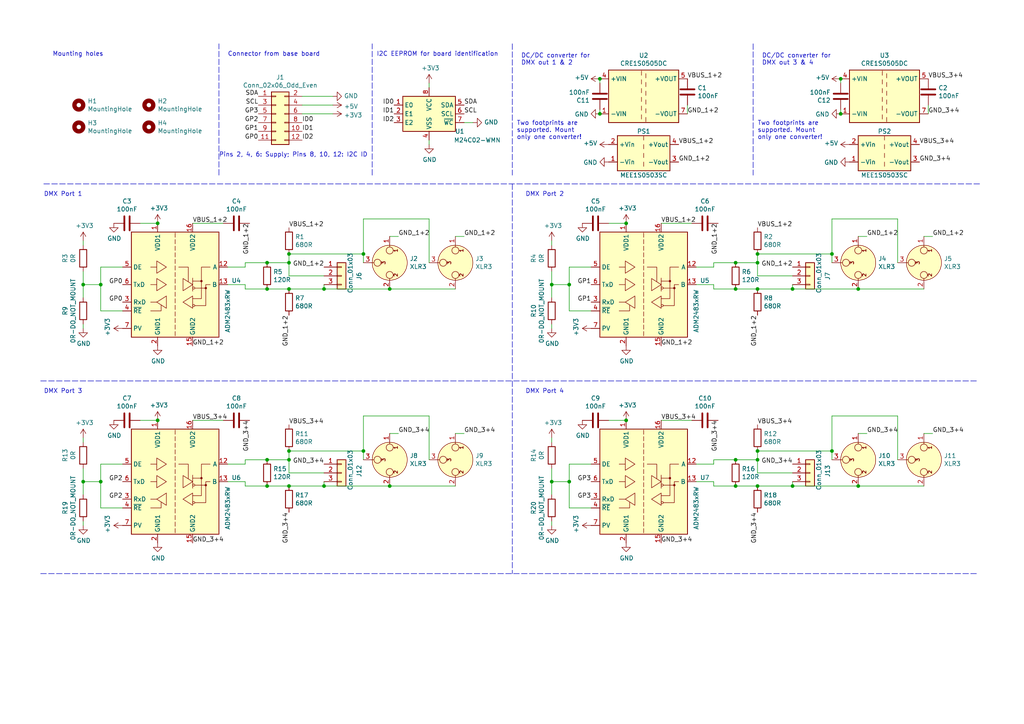
<source format=kicad_sch>
(kicad_sch (version 20211123) (generator eeschema)
  (paper "A4")
  (title_block (title "rp2040_dongle_ioboard_4ports_isolated") (date "2021-03-28") (rev "0.2") (company "https://www.openlighting.org"))
  (lib_symbols
    (symbol "Connector:XLR3" (pin_names hide)
      (property "Reference" "J" (at 0 8.89 0))
      (property "Value" "XLR3" (at 0 6.35 0))
      (symbol "XLR3_0_1"
        (circle (center -3.556 0) (radius 1.016))
        (circle (center 0 -3.556) (radius 1.016))
        (polyline (pts (xy -5.08 0) (xy -4.572 0)))
        (polyline (pts (xy 0 -5.08) (xy 0 -4.572)))
        (polyline (pts (xy 5.08 0) (xy 4.572 0)))
        (circle (center 0 0) (radius 5.08) (fill (type background)))
        (circle (center 3.556 0) (radius 1.016))
        (text "1" (at -3.556 1.778 0) (effects (font (size 1.016 1.016) bold)))
        (text "2" (at 3.556 1.778 0) (effects (font (size 1.016 1.016) bold)))
        (text "3" (at 0 -1.778 0) (effects (font (size 1.016 1.016) bold)))
        (pin passive line (at -7.62 0 0) (length 2.54) (name "~") (number "1"))
        (pin passive line (at 7.62 0 180) (length 2.54) (name "~") (number "2"))
        (pin passive line (at 0 -7.62 90) (length 2.54) (name "~") (number "3"))
      )
    )
    (symbol "Connector_Generic:Conn_01x03" (pin_names (offset 1.016) hide)
      (property "Reference" "J" (at 0 5.08 0))
      (property "Value" "Conn_01x03" (at 0 -5.08 0))
      (symbol "Conn_01x03_1_1"
        (rectangle (start -1.27 -2.413) (end 0 -2.667) (stroke (width 0.1524)))
        (rectangle (start -1.27 0.127) (end 0 -0.127) (stroke (width 0.1524)))
        (rectangle (start -1.27 2.667) (end 0 2.413) (stroke (width 0.1524)))
        (rectangle (start -1.27 3.81) (end 1.27 -3.81) (stroke (width 0.254)) (fill (type background)))
        (pin passive line (at -5.08 2.54 0) (length 3.81) (name "Pin_1") (number "1"))
        (pin passive line (at -5.08 0 0) (length 3.81) (name "Pin_2") (number "2"))
        (pin passive line (at -5.08 -2.54 0) (length 3.81) (name "Pin_3") (number "3"))
      )
    )
    (symbol "Connector_Generic:Conn_02x06_Odd_Even" (pin_names (offset 1.016) hide)
      (property "Reference" "J" (at 1.27 7.62 0))
      (property "Value" "Conn_02x06_Odd_Even" (at 1.27 -10.16 0))
      (symbol "Conn_02x06_Odd_Even_1_1"
        (rectangle (start -1.27 -7.493) (end 0 -7.747) (stroke (width 0.1524)))
        (rectangle (start -1.27 -4.953) (end 0 -5.207) (stroke (width 0.1524)))
        (rectangle (start -1.27 -2.413) (end 0 -2.667) (stroke (width 0.1524)))
        (rectangle (start -1.27 0.127) (end 0 -0.127) (stroke (width 0.1524)))
        (rectangle (start -1.27 2.667) (end 0 2.413) (stroke (width 0.1524)))
        (rectangle (start -1.27 5.207) (end 0 4.953) (stroke (width 0.1524)))
        (rectangle (start -1.27 6.35) (end 3.81 -8.89) (stroke (width 0.254)) (fill (type background)))
        (rectangle (start 3.81 -7.493) (end 2.54 -7.747) (stroke (width 0.1524)))
        (rectangle (start 3.81 -4.953) (end 2.54 -5.207) (stroke (width 0.1524)))
        (rectangle (start 3.81 -2.413) (end 2.54 -2.667) (stroke (width 0.1524)))
        (rectangle (start 3.81 0.127) (end 2.54 -0.127) (stroke (width 0.1524)))
        (rectangle (start 3.81 2.667) (end 2.54 2.413) (stroke (width 0.1524)))
        (rectangle (start 3.81 5.207) (end 2.54 4.953) (stroke (width 0.1524)))
        (pin passive line (at -5.08 5.08 0) (length 3.81) (name "Pin_1") (number "1"))
        (pin passive line (at 7.62 -5.08 180) (length 3.81) (name "Pin_10") (number "10"))
        (pin passive line (at -5.08 -7.62 0) (length 3.81) (name "Pin_11") (number "11"))
        (pin passive line (at 7.62 -7.62 180) (length 3.81) (name "Pin_12") (number "12"))
        (pin passive line (at 7.62 5.08 180) (length 3.81) (name "Pin_2") (number "2"))
        (pin passive line (at -5.08 2.54 0) (length 3.81) (name "Pin_3") (number "3"))
        (pin passive line (at 7.62 2.54 180) (length 3.81) (name "Pin_4") (number "4"))
        (pin passive line (at -5.08 0 0) (length 3.81) (name "Pin_5") (number "5"))
        (pin passive line (at 7.62 0 180) (length 3.81) (name "Pin_6") (number "6"))
        (pin passive line (at -5.08 -2.54 0) (length 3.81) (name "Pin_7") (number "7"))
        (pin passive line (at 7.62 -2.54 180) (length 3.81) (name "Pin_8") (number "8"))
        (pin passive line (at -5.08 -5.08 0) (length 3.81) (name "Pin_9") (number "9"))
      )
    )
    (symbol "Converter_DCDC:MEE1S0503SC"
      (property "Reference" "PS" (at -7.62 6.35 0))
      (property "Value" "MEE1S0503SC" (at 1.27 6.35 0))
      (symbol "MEE1S0503SC_0_0"
        (pin power_in line (at -10.16 -2.54 0) (length 2.54) (name "-Vin") (number "1"))
        (pin power_in line (at -10.16 2.54 0) (length 2.54) (name "+Vin") (number "2"))
        (pin power_out line (at 10.16 -2.54 180) (length 2.54) (name "-Vout") (number "3"))
        (pin power_out line (at 10.16 2.54 180) (length 2.54) (name "+Vout") (number "4"))
      )
      (symbol "MEE1S0503SC_0_1"
        (rectangle (start -7.62 5.08) (end 7.62 -5.08) (stroke (width 0.254)) (fill (type background)))
        (polyline (pts (xy 0 -2.54) (xy 0 -3.81)))
        (polyline (pts (xy 0 0) (xy 0 -1.27)))
        (polyline (pts (xy 0 2.54) (xy 0 1.27)))
        (polyline (pts (xy 0 5.08) (xy 0 3.81)))
      )
    )
    (symbol "Device:C" (pin_numbers hide) (pin_names (offset 0.254))
      (property "Reference" "C" (at 0.635 2.54 0))
      (property "Value" "C" (at 0.635 -2.54 0))
      (symbol "C_0_1"
        (polyline (pts (xy -2.032 -0.762) (xy 2.032 -0.762)) (stroke (width 0.508)))
        (polyline (pts (xy -2.032 0.762) (xy 2.032 0.762)) (stroke (width 0.508)))
      )
      (symbol "C_1_1"
        (pin passive line (at 0 3.81 270) (length 2.794) (name "~") (number "1"))
        (pin passive line (at 0 -3.81 90) (length 2.794) (name "~") (number "2"))
      )
    )
    (symbol "Device:R" (pin_numbers hide) (pin_names (offset 0))
      (property "Reference" "R" (at 2.032 0 90))
      (property "Value" "R" (at 0 0 90))
      (symbol "R_0_1"
        (rectangle (start -1.016 -2.54) (end 1.016 2.54) (stroke (width 0.254)))
      )
      (symbol "R_1_1"
        (pin passive line (at 0 3.81 270) (length 1.27) (name "~") (number "1"))
        (pin passive line (at 0 -3.81 90) (length 1.27) (name "~") (number "2"))
      )
    )
    (symbol "Interface_UART:ADM2483xRW"
      (property "Reference" "U" (at -12.7 16.51 0))
      (property "Value" "ADM2483xRW" (at 6.35 16.51 0))
      (symbol "ADM2483xRW_0_0"
        (polyline (pts (xy 0 -13.589) (xy 0 -14.859)))
        (polyline (pts (xy 0 -11.684) (xy 0 -12.954)))
        (polyline (pts (xy 0 -9.779) (xy 0 -11.049)))
        (polyline (pts (xy 0 -7.874) (xy 0 -9.144)))
        (polyline (pts (xy 0 -5.969) (xy 0 -7.239)))
        (polyline (pts (xy 0 -4.064) (xy 0 -5.334)))
        (polyline (pts (xy 0 -2.159) (xy 0 -3.429)))
        (polyline (pts (xy 0 -0.254) (xy 0 -1.524)))
        (polyline (pts (xy 0 1.651) (xy 0 0.381)))
        (polyline (pts (xy 0 3.556) (xy 0 2.286)))
        (polyline (pts (xy 0 5.461) (xy 0 4.191)))
        (polyline (pts (xy 0 7.366) (xy 0 6.096)))
        (polyline (pts (xy 0 9.271) (xy 0 8.001)))
        (polyline (pts (xy 0 11.176) (xy 0 9.906)))
        (polyline (pts (xy 0 13.081) (xy 0 11.811)))
        (polyline (pts (xy 0 14.986) (xy 0 13.716)))
      )
      (symbol "ADM2483xRW_0_1"
        (rectangle (start -12.7 15.24) (end 12.7 -15.24) (stroke (width 0.254)) (fill (type background)))
        (polyline (pts (xy -5.334 -5.08) (xy -7.112 -5.08)))
        (polyline (pts (xy -5.334 0) (xy -7.112 0)))
        (polyline (pts (xy -5.334 5.08) (xy -7.112 5.08)))
        (polyline (pts (xy 5.08 1.016) (xy 7.62 1.016)))
        (polyline (pts (xy 5.08 1.905) (xy 5.08 -1.905)))
        (polyline (pts (xy 5.715 -1.016) (xy 8.89 -1.016)))
        (polyline (pts (xy -7.112 -7.62) (xy -4.064 -7.62) (xy -4.064 -5.969)))
        (polyline (pts (xy 1.016 5.08) (xy 3.81 5.08) (xy 3.81 0.889)))
        (polyline (pts (xy -5.334 -5.08) (xy -2.54 -3.302) (xy -2.54 -6.858) (xy -5.334 -5.08)))
        (polyline (pts (xy -2.54 0) (xy -5.334 1.778) (xy -5.334 -1.778) (xy -2.54 0)))
        (polyline (pts (xy -2.54 5.08) (xy -5.334 6.858) (xy -5.334 3.302) (xy -2.54 5.08)))
        (polyline (pts (xy 2.286 -5.08) (xy 5.08 -3.302) (xy 5.08 -6.858) (xy 2.286 -5.08)))
        (polyline (pts (xy 5.08 -4.064) (xy 7.62 -4.064) (xy 7.62 5.08) (xy 10.16 5.08)))
        (polyline (pts (xy 5.08 0) (xy 2.286 1.778) (xy 2.286 -1.778) (xy 5.08 0)))
        (polyline (pts (xy 5.715 -6.096) (xy 8.89 -6.096) (xy 8.89 0) (xy 10.16 0)))
        (circle (center 5.3848 -6.0706) (radius 0.3048))
        (circle (center 5.3848 -0.9906) (radius 0.3048))
        (circle (center 7.62 1.016) (radius 0.254) (fill (type outline)))
        (circle (center 8.89 -1.016) (radius 0.254) (fill (type outline)))
      )
      (symbol "ADM2483xRW_1_1"
        (pin power_in line (at -5.08 17.78 270) (length 2.54) (name "VDD1") (number "1"))
        (pin no_connect line (at 7.62 -15.24 90) (length 2.54) hide (name "NC") (number "10"))
        (pin no_connect line (at 12.7 -7.62 180) (length 2.54) hide (name "NC") (number "11"))
        (pin bidirectional line (at 15.24 5.08 180) (length 2.54) (name "A") (number "12"))
        (pin bidirectional line (at 15.24 0 180) (length 2.54) (name "B") (number "13"))
        (pin no_connect line (at 12.7 7.62 180) (length 2.54) hide (name "NC") (number "14"))
        (pin power_in line (at 5.08 -17.78 90) (length 2.54) (name "GND2") (number "15"))
        (pin power_in line (at 5.08 17.78 270) (length 2.54) (name "VDD2") (number "16"))
        (pin power_in line (at -5.08 -17.78 90) (length 2.54) (name "GND1") (number "2"))
        (pin output line (at -15.24 -5.08 0) (length 2.54) (name "RxD") (number "3"))
        (pin input line (at -15.24 -7.62 0) (length 2.54) (name "~{RE}") (number "4"))
        (pin input line (at -15.24 5.08 0) (length 2.54) (name "DE") (number "5"))
        (pin input line (at -15.24 0 0) (length 2.54) (name "TxD") (number "6"))
        (pin input line (at -15.24 -12.7 0) (length 2.54) (name "PV") (number "7"))
        (pin passive line (at -5.08 -17.78 90) (length 2.54) hide (name "GND1") (number "8"))
        (pin passive line (at 5.08 -17.78 90) (length 2.54) hide (name "GND2") (number "9"))
      )
    )
    (symbol "Mechanical:MountingHole" (pin_names (offset 1.016))
      (property "Reference" "H" (at 0 5.08 0))
      (property "Value" "MountingHole" (at 0 3.175 0))
      (symbol "MountingHole_0_1"
        (circle (center 0 0) (radius 1.27) (stroke (width 1.27)))
      )
    )
    (symbol "Memory_EEPROM:M24C02-WMN"
      (property "Reference" "U" (at -6.35 6.35 0))
      (property "Value" "M24C02-WMN" (at 7.62 6.35 0))
      (symbol "M24C02-WMN_0_1"
        (rectangle (start -7.62 5.08) (end 7.62 -5.08) (stroke (width 0.254)) (fill (type background)))
      )
      (symbol "M24C02-WMN_1_1"
        (pin input line (at -10.16 2.54 0) (length 2.54) (name "E0") (number "1"))
        (pin input line (at -10.16 0 0) (length 2.54) (name "E1") (number "2"))
        (pin input line (at -10.16 -2.54 0) (length 2.54) (name "E2") (number "3"))
        (pin power_in line (at 0 -7.62 90) (length 2.54) (name "VSS") (number "4"))
        (pin bidirectional line (at 10.16 2.54 180) (length 2.54) (name "SDA") (number "5"))
        (pin input line (at 10.16 0 180) (length 2.54) (name "SCL") (number "6"))
        (pin input line (at 10.16 -2.54 180) (length 2.54) (name "~{WC}") (number "7"))
        (pin power_in line (at 0 7.62 270) (length 2.54) (name "VCC") (number "8"))
      )
    )
    (symbol "Regulator_Switching:CRE1S0505DC"
      (property "Reference" "U" (at -8.89 8.89 0))
      (property "Value" "CRE1S0505DC" (at 2.54 8.89 0))
      (symbol "CRE1S0505DC_0_1"
        (rectangle (start -10.16 7.62) (end 10.16 -7.62) (stroke (width 0.254)) (fill (type background)))
        (polyline (pts (xy -0.635 -5.334) (xy -0.635 -6.604)))
        (polyline (pts (xy -0.635 -2.794) (xy -0.635 -4.064)))
        (polyline (pts (xy -0.635 -0.254) (xy -0.635 -1.524)))
        (polyline (pts (xy -0.635 2.286) (xy -0.635 1.016)))
        (polyline (pts (xy -0.635 4.826) (xy -0.635 3.556)))
        (polyline (pts (xy -0.635 7.366) (xy -0.635 6.096)))
        (polyline (pts (xy 0.635 -7.366) (xy 0.635 -6.096)))
        (polyline (pts (xy 0.635 -4.826) (xy 0.635 -3.556)))
        (polyline (pts (xy 0.635 -2.286) (xy 0.635 -1.016)))
        (polyline (pts (xy 0.635 0.254) (xy 0.635 1.524)))
        (polyline (pts (xy 0.635 2.794) (xy 0.635 4.064)))
        (polyline (pts (xy 0.635 5.334) (xy 0.635 6.604)))
      )
      (symbol "CRE1S0505DC_1_1"
        (pin power_in line (at -12.7 -5.08 0) (length 2.54) (name "-VIN") (number "1"))
        (pin power_in line (at -12.7 5.08 0) (length 2.54) (name "+VIN") (number "4"))
        (pin power_out line (at 12.7 5.08 180) (length 2.54) (name "+VOUT") (number "5"))
        (pin power_out line (at 12.7 -5.08 180) (length 2.54) (name "-VOUT") (number "7"))
      )
    )
    (symbol "ioboard_4ports_isolated-rescue:+3.3V-power" (power) (pin_names (offset 0))
      (property "Value" "+3.3V-power" (at 0 3.556 0))
      (symbol "+3.3V-power_0_1"
        (polyline (pts (xy -0.762 1.27) (xy 0 2.54)))
        (polyline (pts (xy 0 0) (xy 0 2.54)))
        (polyline (pts (xy 0 2.54) (xy 0.762 1.27)))
      )
      (symbol "+3.3V-power_1_1"
        (pin power_in line (at 0 0 90) (length 0) hide (name "+3V3") (number "1"))
      )
    )
    (symbol "power:+5V" (power) (pin_names (offset 0))
      (property "Value" "+5V" (at 0 3.556 0))
      (symbol "+5V_0_1"
        (polyline (pts (xy -0.762 1.27) (xy 0 2.54)))
        (polyline (pts (xy 0 0) (xy 0 2.54)))
        (polyline (pts (xy 0 2.54) (xy 0.762 1.27)))
      )
      (symbol "+5V_1_1"
        (pin power_in line (at 0 0 90) (length 0) hide (name "+5V") (number "1"))
      )
    )
    (symbol "power:GND" (power) (pin_names (offset 0))
      (property "Value" "GND" (at 0 -3.81 0))
      (symbol "GND_0_1"
        (polyline (pts (xy 0 0) (xy 0 -1.27) (xy 1.27 -1.27) (xy 0 -2.54) (xy -1.27 -1.27) (xy 0 -1.27)))
      )
      (symbol "GND_1_1"
        (pin power_in line (at 0 0 270) (length 0) hide (name "GND") (number "1"))
      )
    )
  )
  (junction (at 248.92 140.97))
  (junction (at 173.99 22.86))
  (junction (at 113.03 83.82))
  (junction (at 213.36 140.97))
  (junction (at 105.41 73.66))
  (junction (at 213.36 76.2))
  (junction (at 219.71 76.2))
  (junction (at 181.61 64.77))
  (junction (at 83.82 133.35))
  (junction (at 105.41 130.81))
  (junction (at 83.82 76.2))
  (junction (at 29.21 82.55))
  (junction (at 219.71 140.97))
  (junction (at 93.98 83.82))
  (junction (at 243.84 33.02))
  (junction (at 243.84 22.86))
  (junction (at 241.3 73.66))
  (junction (at 219.71 73.66))
  (junction (at 165.1 82.55))
  (junction (at 83.82 73.66))
  (junction (at 77.47 140.97))
  (junction (at 24.13 139.7))
  (junction (at 77.47 83.82))
  (junction (at 113.03 140.97))
  (junction (at 93.98 140.97))
  (junction (at 219.71 133.35))
  (junction (at 77.47 133.35))
  (junction (at 248.92 83.82))
  (junction (at 77.47 76.2))
  (junction (at 173.99 33.02))
  (junction (at 229.87 140.97))
  (junction (at 229.87 83.82))
  (junction (at 160.02 139.7))
  (junction (at 83.82 83.82))
  (junction (at 219.71 83.82))
  (junction (at 24.13 82.55))
  (junction (at 213.36 133.35))
  (junction (at 45.72 64.77))
  (junction (at 213.36 83.82))
  (junction (at 83.82 130.81))
  (junction (at 165.1 139.7))
  (junction (at 241.3 130.81))
  (junction (at 181.61 121.92))
  (junction (at 45.72 121.92))
  (junction (at 219.71 130.81))
  (junction (at 29.21 139.7))
  (junction (at 83.82 140.97))
  (junction (at 160.02 82.55))
  (wire (pts (xy 207.01 76.2) (xy 213.36 76.2)))
  (wire (pts (xy 229.87 140.97) (xy 229.87 139.7)))
  (wire (pts (xy 93.98 83.82) (xy 113.03 83.82)))
  (wire (pts (xy 219.71 80.01) (xy 229.87 80.01)))
  (wire (pts (xy 207.01 140.97) (xy 213.36 140.97)))
  (wire (pts (xy 165.1 139.7) (xy 165.1 147.32)))
  (wire (pts (xy 29.21 139.7) (xy 29.21 147.32)))
  (wire (pts (xy 199.39 30.48) (xy 199.39 33.02)))
  (wire (pts (xy 29.21 77.47) (xy 35.56 77.47)))
  (wire (pts (xy 201.93 82.55) (xy 207.01 82.55)))
  (wire (pts (xy 83.82 80.01) (xy 93.98 80.01)))
  (wire (pts (xy 191.77 121.92) (xy 200.66 121.92)))
  (wire (pts (xy 71.12 140.97) (xy 77.47 140.97)))
  (wire (pts (xy 113.03 83.82) (xy 132.08 83.82)))
  (wire (pts (xy 165.1 90.17) (xy 171.45 90.17)))
  (wire (pts (xy 165.1 82.55) (xy 165.1 77.47)))
  (wire (pts (xy 248.92 68.58) (xy 251.46 68.58)))
  (wire (pts (xy 24.13 139.7) (xy 29.21 139.7)))
  (polyline (pts (xy 148.59 53.34) (xy 148.59 166.37)))
  (wire (pts (xy 243.84 24.13) (xy 243.84 22.86)))
  (wire (pts (xy 66.04 139.7) (xy 71.12 139.7)))
  (wire (pts (xy 105.41 120.65) (xy 124.46 120.65)))
  (polyline (pts (xy 218.44 12.7) (xy 218.44 50.8)))
  (wire (pts (xy 29.21 147.32) (xy 35.56 147.32)))
  (wire (pts (xy 24.13 82.55) (xy 24.13 86.36)))
  (wire (pts (xy 29.21 82.55) (xy 29.21 77.47)))
  (wire (pts (xy 248.92 83.82) (xy 267.97 83.82)))
  (wire (pts (xy 219.71 130.81) (xy 241.3 130.81)))
  (wire (pts (xy 24.13 69.85) (xy 24.13 71.12)))
  (wire (pts (xy 93.98 140.97) (xy 93.98 139.7)))
  (wire (pts (xy 55.88 64.77) (xy 64.77 64.77)))
  (wire (pts (xy 207.01 139.7) (xy 207.01 140.97)))
  (wire (pts (xy 248.92 140.97) (xy 267.97 140.97)))
  (polyline (pts (xy 283.21 166.37) (xy 11.43 166.37)))
  (wire (pts (xy 71.12 139.7) (xy 71.12 140.97)))
  (wire (pts (xy 201.93 134.62) (xy 207.01 134.62)))
  (wire (pts (xy 219.71 137.16) (xy 229.87 137.16)))
  (wire (pts (xy 241.3 133.35) (xy 241.3 130.81)))
  (wire (pts (xy 132.08 68.58) (xy 134.62 68.58)))
  (wire (pts (xy 113.03 125.73) (xy 115.57 125.73)))
  (wire (pts (xy 207.01 77.47) (xy 207.01 76.2)))
  (wire (pts (xy 269.24 30.48) (xy 269.24 33.02)))
  (wire (pts (xy 105.41 76.2) (xy 105.41 73.66)))
  (wire (pts (xy 248.92 125.73) (xy 251.46 125.73)))
  (wire (pts (xy 83.82 137.16) (xy 93.98 137.16)))
  (wire (pts (xy 160.02 139.7) (xy 165.1 139.7)))
  (wire (pts (xy 176.53 64.77) (xy 181.61 64.77)))
  (wire (pts (xy 165.1 139.7) (xy 165.1 134.62)))
  (wire (pts (xy 71.12 133.35) (xy 77.47 133.35)))
  (wire (pts (xy 241.3 63.5) (xy 260.35 63.5)))
  (wire (pts (xy 160.02 139.7) (xy 160.02 143.51)))
  (polyline (pts (xy 148.59 12.7) (xy 148.59 50.8)))
  (wire (pts (xy 165.1 82.55) (xy 165.1 90.17)))
  (wire (pts (xy 105.41 130.81) (xy 105.41 120.65)))
  (wire (pts (xy 219.71 140.97) (xy 229.87 140.97)))
  (wire (pts (xy 260.35 120.65) (xy 260.35 133.35)))
  (wire (pts (xy 267.97 125.73) (xy 270.51 125.73)))
  (wire (pts (xy 207.01 82.55) (xy 207.01 83.82)))
  (wire (pts (xy 229.87 83.82) (xy 248.92 83.82)))
  (wire (pts (xy 93.98 140.97) (xy 113.03 140.97)))
  (wire (pts (xy 24.13 127) (xy 24.13 128.27)))
  (wire (pts (xy 229.87 83.82) (xy 229.87 82.55)))
  (wire (pts (xy 137.16 35.56) (xy 134.62 35.56)))
  (wire (pts (xy 66.04 82.55) (xy 71.12 82.55)))
  (wire (pts (xy 66.04 77.47) (xy 71.12 77.47)))
  (wire (pts (xy 160.02 93.98) (xy 160.02 95.25)))
  (wire (pts (xy 105.41 133.35) (xy 105.41 130.81)))
  (wire (pts (xy 71.12 76.2) (xy 77.47 76.2)))
  (wire (pts (xy 83.82 83.82) (xy 93.98 83.82)))
  (wire (pts (xy 165.1 134.62) (xy 171.45 134.62)))
  (wire (pts (xy 77.47 133.35) (xy 83.82 133.35)))
  (polyline (pts (xy 12.7 53.34) (xy 284.48 53.34)))
  (wire (pts (xy 241.3 130.81) (xy 241.3 120.65)))
  (wire (pts (xy 243.84 31.75) (xy 243.84 33.02)))
  (wire (pts (xy 66.04 134.62) (xy 71.12 134.62)))
  (wire (pts (xy 219.71 76.2) (xy 219.71 80.01)))
  (polyline (pts (xy 283.21 110.49) (xy 11.43 110.49)))
  (wire (pts (xy 29.21 82.55) (xy 29.21 90.17)))
  (wire (pts (xy 29.21 90.17) (xy 35.56 90.17)))
  (wire (pts (xy 83.82 76.2) (xy 83.82 80.01)))
  (wire (pts (xy 241.3 76.2) (xy 241.3 73.66)))
  (wire (pts (xy 96.52 30.48) (xy 87.63 30.48)))
  (polyline (pts (xy 63.5 50.8) (xy 63.5 12.7)))
  (wire (pts (xy 83.82 133.35) (xy 83.82 130.81)))
  (wire (pts (xy 213.36 140.97) (xy 219.71 140.97)))
  (wire (pts (xy 219.71 133.35) (xy 219.71 130.81)))
  (wire (pts (xy 219.71 133.35) (xy 219.71 137.16)))
  (wire (pts (xy 241.3 73.66) (xy 241.3 63.5)))
  (wire (pts (xy 173.99 31.75) (xy 173.99 33.02)))
  (wire (pts (xy 260.35 63.5) (xy 260.35 76.2)))
  (wire (pts (xy 29.21 139.7) (xy 29.21 134.62)))
  (wire (pts (xy 96.52 33.02) (xy 87.63 33.02)))
  (wire (pts (xy 201.93 77.47) (xy 207.01 77.47)))
  (wire (pts (xy 83.82 73.66) (xy 105.41 73.66)))
  (wire (pts (xy 191.77 64.77) (xy 200.66 64.77)))
  (wire (pts (xy 213.36 76.2) (xy 219.71 76.2)))
  (wire (pts (xy 207.01 134.62) (xy 207.01 133.35)))
  (wire (pts (xy 124.46 24.13) (xy 124.46 25.4)))
  (wire (pts (xy 71.12 83.82) (xy 77.47 83.82)))
  (wire (pts (xy 160.02 78.74) (xy 160.02 82.55)))
  (wire (pts (xy 71.12 134.62) (xy 71.12 133.35)))
  (wire (pts (xy 165.1 77.47) (xy 171.45 77.47)))
  (wire (pts (xy 160.02 151.13) (xy 160.02 152.4)))
  (wire (pts (xy 160.02 69.85) (xy 160.02 71.12)))
  (wire (pts (xy 55.88 121.92) (xy 64.77 121.92)))
  (wire (pts (xy 207.01 133.35) (xy 213.36 133.35)))
  (wire (pts (xy 77.47 76.2) (xy 83.82 76.2)))
  (wire (pts (xy 160.02 127) (xy 160.02 128.27)))
  (wire (pts (xy 124.46 63.5) (xy 124.46 76.2)))
  (wire (pts (xy 124.46 40.64) (xy 124.46 41.91)))
  (wire (pts (xy 176.53 121.92) (xy 181.61 121.92)))
  (wire (pts (xy 173.99 24.13) (xy 173.99 22.86)))
  (wire (pts (xy 40.64 64.77) (xy 45.72 64.77)))
  (wire (pts (xy 207.01 83.82) (xy 213.36 83.82)))
  (wire (pts (xy 124.46 120.65) (xy 124.46 133.35)))
  (wire (pts (xy 40.64 121.92) (xy 45.72 121.92)))
  (wire (pts (xy 77.47 83.82) (xy 83.82 83.82)))
  (wire (pts (xy 77.47 140.97) (xy 83.82 140.97)))
  (wire (pts (xy 241.3 120.65) (xy 260.35 120.65)))
  (wire (pts (xy 71.12 77.47) (xy 71.12 76.2)))
  (wire (pts (xy 24.13 139.7) (xy 24.13 143.51)))
  (wire (pts (xy 24.13 93.98) (xy 24.13 95.25)))
  (wire (pts (xy 93.98 83.82) (xy 93.98 82.55)))
  (wire (pts (xy 219.71 83.82) (xy 229.87 83.82)))
  (wire (pts (xy 165.1 147.32) (xy 171.45 147.32)))
  (polyline (pts (xy 107.95 50.8) (xy 107.95 12.7)))
  (wire (pts (xy 83.82 133.35) (xy 83.82 137.16)))
  (wire (pts (xy 24.13 135.89) (xy 24.13 139.7)))
  (wire (pts (xy 105.41 73.66) (xy 105.41 63.5)))
  (wire (pts (xy 24.13 82.55) (xy 29.21 82.55)))
  (wire (pts (xy 83.82 76.2) (xy 83.82 73.66)))
  (wire (pts (xy 24.13 151.13) (xy 24.13 152.4)))
  (wire (pts (xy 213.36 133.35) (xy 219.71 133.35)))
  (wire (pts (xy 160.02 135.89) (xy 160.02 139.7)))
  (wire (pts (xy 29.21 134.62) (xy 35.56 134.62)))
  (wire (pts (xy 105.41 63.5) (xy 124.46 63.5)))
  (wire (pts (xy 213.36 83.82) (xy 219.71 83.82)))
  (wire (pts (xy 219.71 76.2) (xy 219.71 73.66)))
  (wire (pts (xy 132.08 125.73) (xy 134.62 125.73)))
  (wire (pts (xy 113.03 68.58) (xy 115.57 68.58)))
  (wire (pts (xy 160.02 82.55) (xy 165.1 82.55)))
  (wire (pts (xy 83.82 140.97) (xy 93.98 140.97)))
  (wire (pts (xy 71.12 82.55) (xy 71.12 83.82)))
  (wire (pts (xy 160.02 82.55) (xy 160.02 86.36)))
  (wire (pts (xy 24.13 78.74) (xy 24.13 82.55)))
  (wire (pts (xy 219.71 73.66) (xy 241.3 73.66)))
  (wire (pts (xy 83.82 130.81) (xy 105.41 130.81)))
  (wire (pts (xy 229.87 140.97) (xy 248.92 140.97)))
  (wire (pts (xy 113.03 140.97) (xy 132.08 140.97)))
  (wire (pts (xy 87.63 27.94) (xy 96.52 27.94)))
  (wire (pts (xy 201.93 139.7) (xy 207.01 139.7)))
  (wire (pts (xy 267.97 68.58) (xy 270.51 68.58)))
  (text "DMX Port 1" (at 12.7 57.15 0) (effects (font (size 1.27 1.27)) (justify left bottom)))
  (text "DMX Port 2" (at 152.4 57.15 0) (effects (font (size 1.27 1.27)) (justify left bottom)))
  (text "DC/DC converter for\nDMX out 1 & 2" (at 151.13 19.05 0) (effects (font (size 1.27 1.27)) (justify left bottom)))
  (text "Mounting holes" (at 15.24 16.51 0) (effects (font (size 1.27 1.27)) (justify left bottom)))
  (text "DMX Port 3" (at 12.7 114.3 0) (effects (font (size 1.27 1.27)) (justify left bottom)))
  (text "DC/DC converter for\nDMX out 3 & 4" (at 220.98 19.05 0) (effects (font (size 1.27 1.27)) (justify left bottom)))
  (text "Pins 2, 4, 6: Supply; Pins 8, 10, 12: I2C ID" (at 63.5 45.72 0) (effects (font (size 1.27 1.27)) (justify left bottom)))
  (text "Two footprints are\nsupported. Mount\nonly one converter!" (at 219.71 40.64 0) (effects (font (size 1.27 1.27)) (justify left bottom)))
  (text "Connector from base board" (at 66.04 16.51 0) (effects (font (size 1.27 1.27)) (justify left bottom)))
  (text "DMX Port 4" (at 152.4 114.3 0) (effects (font (size 1.27 1.27)) (justify left bottom)))
  (text "I2C EEPROM for board identification" (at 109.22 16.51 0) (effects (font (size 1.27 1.27)) (justify left bottom)))
  (text "Two footprints are\nsupported. Mount\nonly one converter!" (at 149.86 40.64 0) (effects (font (size 1.27 1.27)) (justify left bottom)))
  (label "GP2" (at 35.56 144.78 180))
  (label "SCL" (at 134.62 33.02 0))
  (label "VBUS_3+4" (at 266.7 41.91 0))
  (label "ID2" (at 114.3 35.56 180))
  (label "GP1" (at 171.45 87.63 180))
  (label "VBUS_3+4" (at 269.24 22.86 0))
  (label "ID2" (at 87.63 40.64 0))
  (label "SDA" (at 74.93 27.94 180))
  (label "GND_3+4" (at 208.28 121.92 270))
  (label "VBUS_3+4" (at 55.88 121.92 0))
  (label "ID1" (at 87.63 38.1 0))
  (label "GP1" (at 74.93 38.1 180))
  (label "GP0" (at 35.56 82.55 180))
  (label "GND_1+2" (at 93.98 77.47 180))
  (label "GP3" (at 171.45 144.78 180))
  (label "ID0" (at 114.3 30.48 180))
  (label "GP3" (at 74.93 33.02 180))
  (label "VBUS_3+4" (at 191.77 121.92 0))
  (label "GND_3+4" (at 191.77 157.48 0))
  (label "VBUS_1+2" (at 199.39 22.86 0))
  (label "GP0" (at 74.93 40.64 180))
  (label "GND_1+2" (at 115.57 68.58 0))
  (label "GND_3+4" (at 266.7 46.99 0))
  (label "VBUS_1+2" (at 191.77 64.77 0))
  (label "VBUS_3+4" (at 83.82 123.19 0))
  (label "GND_1+2" (at 191.77 100.33 0))
  (label "GND_3+4" (at 269.24 33.02 0))
  (label "VBUS_1+2" (at 55.88 64.77 0))
  (label "GND_1+2" (at 134.62 68.58 0))
  (label "GND_3+4" (at 115.57 125.73 0))
  (label "GP1" (at 171.45 82.55 180))
  (label "GND_3+4" (at 83.82 148.59 270))
  (label "GND_1+2" (at 208.28 64.77 270))
  (label "GND_1+2" (at 251.46 68.58 0))
  (label "VBUS_3+4" (at 219.71 123.19 0))
  (label "GND_3+4" (at 55.88 157.48 0))
  (label "GP3" (at 171.45 139.7 180))
  (label "GND_1+2" (at 72.39 64.77 270))
  (label "VBUS_1+2" (at 219.71 66.04 0))
  (label "GND_1+2" (at 55.88 100.33 0))
  (label "GND_3+4" (at 72.39 121.92 270))
  (label "GND_3+4" (at 251.46 125.73 0))
  (label "GP0" (at 35.56 87.63 180))
  (label "VBUS_1+2" (at 196.85 41.91 0))
  (label "GND_3+4" (at 93.98 134.62 180))
  (label "GND_1+2" (at 219.71 91.44 270))
  (label "VBUS_1+2" (at 83.82 66.04 0))
  (label "GP2" (at 35.56 139.7 180))
  (label "SCL" (at 74.93 30.48 180))
  (label "GND_3+4" (at 219.71 148.59 270))
  (label "GND_3+4" (at 134.62 125.73 0))
  (label "GND_1+2" (at 229.87 77.47 180))
  (label "GND_3+4" (at 229.87 134.62 180))
  (label "GND_1+2" (at 83.82 91.44 270))
  (label "SDA" (at 134.62 30.48 0))
  (label "GND_1+2" (at 199.39 33.02 0))
  (label "GND_3+4" (at 270.51 125.73 0))
  (label "ID0" (at 87.63 35.56 0))
  (label "GND_1+2" (at 196.85 46.99 0))
  (label "GP2" (at 74.93 35.56 180))
  (label "GND_1+2" (at 270.51 68.58 0))
  (label "ID1" (at 114.3 33.02 180))
  (symbol (lib_id "Connector_Generic:Conn_02x06_Odd_Even") (at 80.01 33.02 0) (unit 1)
    (property "Reference" "J1" (at 81.28 22.4282 0))
    (property "Value" "Conn_02x06_Odd_Even" (at 81.28 24.7396 0))
    (property "Footprint" "Connector_PinHeader_2.54mm:PinHeader_2x06_P2.54mm_Vertical" (effects hide))
  )
  (symbol (lib_id "power:GND") (at 96.52 27.94 90) (unit 1)
    (property "Reference" "#PWR04" (effects hide))
    (property "Value" "GND" (at 99.7712 27.813 90) (effects (justify right)))
  )
  (symbol (lib_id "power:+5V") (at 96.52 30.48 270) (unit 1)
    (property "Reference" "#PWR05" (effects hide))
    (property "Value" "+5V" (at 99.7712 30.861 90) (effects (justify left)))
  )
  (symbol (lib_id "ioboard_4ports_isolated-rescue:+3.3V-power") (at 96.52 33.02 270) (unit 1)
    (property "Reference" "#PWR06" (effects hide))
    (property "Value" "+3.3V" (at 99.7712 33.401 90) (effects (justify left)))
  )
  (symbol (lib_id "Memory_EEPROM:M24C02-WMN") (at 124.46 33.02 0) (unit 1)
    (property "Reference" "U1" (at 133.35 38.1 0))
    (property "Value" "M24C02-WMN" (at 138.43 40.64 0))
    (property "Footprint" "Package_SO:SOIC-8_3.9x4.9mm_P1.27mm" (effects hide))
    (property "Datasheet" "http://www.st.com/content/ccc/resource/technical/document/datasheet/b0/d8/50/40/5a/85/49/6f/DM00071904.pdf/files/DM00071904.pdf/jcr:content/translations/en.DM00071904.pdf" (effects hide))
    (property "LCSC" "C7562" (effects hide))
  )
  (symbol (lib_id "ioboard_4ports_isolated-rescue:+3.3V-power") (at 124.46 24.13 0) (unit 1)
    (property "Reference" "#PWR01" (effects hide))
    (property "Value" "+3.3V" (at 124.841 19.7358 0))
  )
  (symbol (lib_id "power:GND") (at 124.46 41.91 0) (unit 1)
    (property "Reference" "#PWR010" (effects hide))
    (property "Value" "GND" (at 124.587 46.3042 0))
  )
  (symbol (lib_id "power:GND") (at 137.16 35.56 90) (unit 1)
    (property "Reference" "#PWR07" (effects hide))
    (property "Value" "GND" (at 140.4112 35.433 90) (effects (justify right)))
  )
  (symbol (lib_id "Interface_UART:ADM2483xRW") (at 50.8 82.55 0) (unit 1)
    (property "Reference" "U4" (at 67.1576 81.3816 0) (effects (justify left)))
    (property "Value" "ADM2483xRW" (at 66.04 96.52 90) (effects (justify left)))
    (property "Footprint" "Package_SO:SOIC-16W_7.5x10.3mm_P1.27mm" (effects hide))
    (property "Datasheet" "https://www.analog.com/media/en/technical-documentation/data-sheets/adm2483.pdf" (effects hide))
    (property "LCSC" "C9637" (effects hide))
  )
  (symbol (lib_id "Device:R") (at 24.13 90.17 180) (unit 1)
    (property "Reference" "R9" (at 18.8722 90.17 90))
    (property "Value" "0R-DO_NOT_MOUNT" (at 21.1836 90.17 90))
    (property "Footprint" "Resistor_SMD:R_0805_2012Metric_Pad1.20x1.40mm_HandSolder" (effects hide))
    (property "LCSC" "C17477" (effects hide))
  )
  (symbol (lib_id "Device:R") (at 24.13 74.93 180) (unit 1)
    (property "Reference" "R3" (at 18.8722 74.93 90))
    (property "Value" "0R" (at 21.1836 74.93 90))
    (property "Footprint" "Resistor_SMD:R_0805_2012Metric_Pad1.20x1.40mm_HandSolder" (effects hide))
    (property "LCSC" "C17477" (effects hide))
  )
  (symbol (lib_id "ioboard_4ports_isolated-rescue:+3.3V-power") (at 45.72 64.77 0) (unit 1)
    (property "Reference" "#PWR012" (effects hide))
    (property "Value" "+3.3V" (at 46.101 60.3758 0))
  )
  (symbol (lib_id "power:GND") (at 24.13 95.25 0) (unit 1)
    (property "Reference" "#PWR017" (effects hide))
    (property "Value" "GND" (at 24.257 99.6442 0))
  )
  (symbol (lib_id "Device:R") (at 77.47 80.01 180) (unit 1)
    (property "Reference" "R5" (at 79.248 78.8416 0) (effects (justify right)))
    (property "Value" "120R" (at 79.248 81.153 0) (effects (justify right)))
    (property "Footprint" "Resistor_SMD:R_0603_1608Metric_Pad0.98x0.95mm_HandSolder" (effects hide))
    (property "LCSC" "C22787" (effects hide))
  )
  (symbol (lib_id "Connector_Generic:Conn_01x03") (at 99.06 80.01 0) (unit 1)
    (property "Reference" "J6" (at 104.14 81.28 90) (effects (justify left)))
    (property "Value" "Conn_01x03" (at 101.6 85.09 90) (effects (justify left)))
    (property "Footprint" "Connector_PinHeader_2.54mm:PinHeader_1x03_P2.54mm_Vertical" (effects hide))
  )
  (symbol (lib_id "Connector:XLR3") (at 113.03 76.2 270) (unit 1)
    (property "Reference" "J2" (at 118.8212 75.0316 90) (effects (justify left)))
    (property "Value" "XLR3" (at 118.8212 77.343 90) (effects (justify left)))
    (property "Footprint" "Connector_Audio:Jack_XLR_Neutrik_NC3FAAH_Horizontal" (effects hide))
    (property "Datasheet" " ~" (effects hide))
  )
  (symbol (lib_id "ioboard_4ports_isolated-rescue:+3.3V-power") (at 35.56 95.25 90) (unit 1)
    (property "Reference" "#PWR018" (effects hide))
    (property "Value" "+3.3V" (at 31.1658 94.869 0))
  )
  (symbol (lib_id "ioboard_4ports_isolated-rescue:+3.3V-power") (at 24.13 69.85 0) (unit 1)
    (property "Reference" "#PWR015" (effects hide))
    (property "Value" "+3.3V" (at 24.511 65.4558 0))
  )
  (symbol (lib_id "Mechanical:MountingHole") (at 22.86 30.48 0) (unit 1)
    (property "Reference" "H1" (at 25.4 29.3116 0) (effects (justify left)))
    (property "Value" "MountingHole" (at 25.4 31.623 0) (effects (justify left)))
    (property "Footprint" "MountingHole:MountingHole_3.2mm_M3" (effects hide))
  )
  (symbol (lib_id "Mechanical:MountingHole") (at 43.18 30.48 0) (unit 1)
    (property "Reference" "H2" (at 45.72 29.3116 0) (effects (justify left)))
    (property "Value" "MountingHole" (at 45.72 31.623 0) (effects (justify left)))
    (property "Footprint" "MountingHole:MountingHole_3.2mm_M3" (effects hide))
  )
  (symbol (lib_id "Mechanical:MountingHole") (at 22.86 36.83 0) (unit 1)
    (property "Reference" "H3" (at 25.4 35.6616 0) (effects (justify left)))
    (property "Value" "MountingHole" (at 25.4 37.973 0) (effects (justify left)))
    (property "Footprint" "MountingHole:MountingHole_3.2mm_M3" (effects hide))
  )
  (symbol (lib_id "Mechanical:MountingHole") (at 43.18 36.83 0) (unit 1)
    (property "Reference" "H4" (at 45.72 35.6616 0) (effects (justify left)))
    (property "Value" "MountingHole" (at 45.72 37.973 0) (effects (justify left)))
    (property "Footprint" "MountingHole:MountingHole_3.2mm_M3" (effects hide))
  )
  (symbol (lib_id "power:GND") (at 45.72 100.33 0) (unit 1)
    (property "Reference" "#PWR021" (effects hide))
    (property "Value" "GND" (at 45.847 104.7242 0))
  )
  (symbol (lib_id "Regulator_Switching:CRE1S0505DC") (at 186.69 27.94 0) (unit 1)
    (property "Reference" "U2" (at 186.69 16.0782 0))
    (property "Value" "CRE1S0505DC" (at 186.69 18.3896 0))
    (property "Footprint" "Converter_DCDC:Converter_DCDC_muRata_CRE1xxxxxxDC_THT" (effects hide))
    (property "Datasheet" "http://power.murata.com/datasheet?/data/power/ncl/kdc_cre1.pdf" (effects hide))
  )
  (symbol (lib_id "power:+5V") (at 173.99 22.86 90) (unit 1)
    (property "Reference" "#PWR02" (effects hide))
    (property "Value" "+5V" (at 170.7388 22.479 90) (effects (justify left)))
  )
  (symbol (lib_id "power:GND") (at 173.99 33.02 270) (unit 1)
    (property "Reference" "#PWR08" (effects hide))
    (property "Value" "GND" (at 170.7388 33.147 90) (effects (justify right)))
  )
  (symbol (lib_id "Device:R") (at 24.13 147.32 180) (unit 1)
    (property "Reference" "R19" (at 18.8722 147.32 90))
    (property "Value" "0R-DO_NOT_MOUNT" (at 21.1836 147.32 90))
    (property "Footprint" "Resistor_SMD:R_0805_2012Metric_Pad1.20x1.40mm_HandSolder" (effects hide))
    (property "LCSC" "C17477" (effects hide))
  )
  (symbol (lib_id "Device:R") (at 24.13 132.08 180) (unit 1)
    (property "Reference" "R13" (at 18.8722 132.08 90))
    (property "Value" "0R" (at 21.1836 132.08 90))
    (property "Footprint" "Resistor_SMD:R_0805_2012Metric_Pad1.20x1.40mm_HandSolder" (effects hide))
    (property "LCSC" "C17477" (effects hide))
  )
  (symbol (lib_id "ioboard_4ports_isolated-rescue:+3.3V-power") (at 45.72 121.92 0) (unit 1)
    (property "Reference" "#PWR024" (effects hide))
    (property "Value" "+3.3V" (at 46.101 117.5258 0))
  )
  (symbol (lib_id "power:GND") (at 24.13 152.4 0) (unit 1)
    (property "Reference" "#PWR029" (effects hide))
    (property "Value" "GND" (at 24.257 156.7942 0))
  )
  (symbol (lib_id "Device:R") (at 77.47 137.16 180) (unit 1)
    (property "Reference" "R15" (at 79.248 135.9916 0) (effects (justify right)))
    (property "Value" "120R" (at 79.248 138.303 0) (effects (justify right)))
    (property "Footprint" "Resistor_SMD:R_0603_1608Metric_Pad0.98x0.95mm_HandSolder" (effects hide))
    (property "LCSC" "C22787" (effects hide))
  )
  (symbol (lib_id "Connector_Generic:Conn_01x03") (at 99.06 137.16 0) (unit 1)
    (property "Reference" "J12" (at 104.14 138.43 90) (effects (justify left)))
    (property "Value" "Conn_01x03" (at 101.6 142.24 90) (effects (justify left)))
    (property "Footprint" "Connector_PinHeader_2.54mm:PinHeader_1x03_P2.54mm_Vertical" (effects hide))
  )
  (symbol (lib_id "Connector:XLR3") (at 113.03 133.35 270) (unit 1)
    (property "Reference" "J8" (at 118.8212 132.1816 90) (effects (justify left)))
    (property "Value" "XLR3" (at 118.8212 134.493 90) (effects (justify left)))
    (property "Footprint" "Connector_Audio:Jack_XLR_Neutrik_NC3FAAH_Horizontal" (effects hide))
    (property "Datasheet" " ~" (effects hide))
  )
  (symbol (lib_id "Interface_UART:ADM2483xRW") (at 50.8 139.7 0) (unit 1)
    (property "Reference" "U6" (at 67.1576 138.5316 0) (effects (justify left)))
    (property "Value" "ADM2483xRW" (at 66.04 153.67 90) (effects (justify left)))
    (property "Footprint" "Package_SO:SOIC-16W_7.5x10.3mm_P1.27mm" (effects hide))
    (property "Datasheet" "https://www.analog.com/media/en/technical-documentation/data-sheets/adm2483.pdf" (effects hide))
    (property "LCSC" "C9637" (effects hide))
  )
  (symbol (lib_id "ioboard_4ports_isolated-rescue:+3.3V-power") (at 35.56 152.4 90) (unit 1)
    (property "Reference" "#PWR030" (effects hide))
    (property "Value" "+3.3V" (at 31.1658 152.019 0))
  )
  (symbol (lib_id "ioboard_4ports_isolated-rescue:+3.3V-power") (at 24.13 127 0) (unit 1)
    (property "Reference" "#PWR027" (effects hide))
    (property "Value" "+3.3V" (at 24.511 122.6058 0))
  )
  (symbol (lib_id "power:GND") (at 45.72 157.48 0) (unit 1)
    (property "Reference" "#PWR033" (effects hide))
    (property "Value" "GND" (at 45.847 161.8742 0))
  )
  (symbol (lib_id "Device:R") (at 83.82 127 180) (unit 1)
    (property "Reference" "R11" (at 85.598 125.8316 0) (effects (justify right)))
    (property "Value" "680R" (at 85.598 128.143 0) (effects (justify right)))
    (property "Footprint" "Resistor_SMD:R_0603_1608Metric_Pad0.98x0.95mm_HandSolder" (effects hide))
    (property "LCSC" "C23228" (effects hide))
  )
  (symbol (lib_id "Device:R") (at 83.82 144.78 180) (unit 1)
    (property "Reference" "R17" (at 85.598 143.6116 0) (effects (justify right)))
    (property "Value" "680R" (at 85.598 145.923 0) (effects (justify right)))
    (property "Footprint" "Resistor_SMD:R_0603_1608Metric_Pad0.98x0.95mm_HandSolder" (effects hide))
    (property "LCSC" "C23228" (effects hide))
  )
  (symbol (lib_id "Device:C") (at 36.83 121.92 270) (unit 1)
    (property "Reference" "C7" (at 36.83 115.5192 90))
    (property "Value" "100nF" (at 36.83 117.8306 90))
    (property "Footprint" "Capacitor_SMD:C_0603_1608Metric" (effects hide))
    (property "LCSC" "C14663" (effects hide))
  )
  (symbol (lib_id "power:GND") (at 33.02 121.92 0) (unit 1)
    (property "Reference" "#PWR023" (effects hide))
    (property "Value" "GND" (at 33.147 126.3142 0))
  )
  (symbol (lib_id "Device:C") (at 68.58 121.92 270) (unit 1)
    (property "Reference" "C8" (at 68.58 115.5192 90))
    (property "Value" "100nF" (at 68.58 117.8306 90))
    (property "Footprint" "Capacitor_SMD:C_0603_1608Metric" (effects hide))
    (property "LCSC" "C14663" (effects hide))
  )
  (symbol (lib_id "Connector:XLR3") (at 132.08 133.35 270) (unit 1)
    (property "Reference" "J9" (at 137.8712 132.1816 90) (effects (justify left)))
    (property "Value" "XLR3" (at 137.8712 134.493 90) (effects (justify left)))
    (property "Footprint" "NC3FD-H:Jack_XLR_Neutrik_NC3FD-H_Horizontal" (effects hide))
    (property "Datasheet" " ~" (effects hide))
  )
  (symbol (lib_id "Device:R") (at 160.02 147.32 180) (unit 1)
    (property "Reference" "R20" (at 154.7622 147.32 90))
    (property "Value" "0R-DO_NOT_MOUNT" (at 157.0736 147.32 90))
    (property "Footprint" "Resistor_SMD:R_0805_2012Metric_Pad1.20x1.40mm_HandSolder" (effects hide))
    (property "LCSC" "C17477" (effects hide))
  )
  (symbol (lib_id "Device:R") (at 160.02 132.08 180) (unit 1)
    (property "Reference" "R14" (at 154.7622 132.08 90))
    (property "Value" "0R" (at 157.0736 132.08 90))
    (property "Footprint" "Resistor_SMD:R_0805_2012Metric_Pad1.20x1.40mm_HandSolder" (effects hide))
    (property "LCSC" "C17477" (effects hide))
  )
  (symbol (lib_id "ioboard_4ports_isolated-rescue:+3.3V-power") (at 181.61 121.92 0) (unit 1)
    (property "Reference" "#PWR026" (effects hide))
    (property "Value" "+3.3V" (at 181.991 117.5258 0))
  )
  (symbol (lib_id "power:GND") (at 160.02 152.4 0) (unit 1)
    (property "Reference" "#PWR031" (effects hide))
    (property "Value" "GND" (at 160.147 156.7942 0))
  )
  (symbol (lib_id "Device:R") (at 213.36 137.16 180) (unit 1)
    (property "Reference" "R16" (at 215.138 135.9916 0) (effects (justify right)))
    (property "Value" "120R" (at 215.138 138.303 0) (effects (justify right)))
    (property "Footprint" "Resistor_SMD:R_0603_1608Metric_Pad0.98x0.95mm_HandSolder" (effects hide))
    (property "LCSC" "C22787" (effects hide))
  )
  (symbol (lib_id "Connector_Generic:Conn_01x03") (at 234.95 137.16 0) (unit 1)
    (property "Reference" "J13" (at 240.03 138.43 90) (effects (justify left)))
    (property "Value" "Conn_01x03" (at 237.49 142.24 90) (effects (justify left)))
    (property "Footprint" "Connector_PinHeader_2.54mm:PinHeader_1x03_P2.54mm_Vertical" (effects hide))
  )
  (symbol (lib_id "Connector:XLR3") (at 248.92 133.35 270) (unit 1)
    (property "Reference" "J10" (at 254.7112 132.1816 90) (effects (justify left)))
    (property "Value" "XLR3" (at 254.7112 134.493 90) (effects (justify left)))
    (property "Footprint" "Connector_Audio:Jack_XLR_Neutrik_NC3FAAH_Horizontal" (effects hide))
    (property "Datasheet" " ~" (effects hide))
  )
  (symbol (lib_id "Interface_UART:ADM2483xRW") (at 186.69 139.7 0) (unit 1)
    (property "Reference" "U7" (at 203.0476 138.5316 0) (effects (justify left)))
    (property "Value" "ADM2483xRW" (at 201.93 153.67 90) (effects (justify left)))
    (property "Footprint" "Package_SO:SOIC-16W_7.5x10.3mm_P1.27mm" (effects hide))
    (property "Datasheet" "https://www.analog.com/media/en/technical-documentation/data-sheets/adm2483.pdf" (effects hide))
    (property "LCSC" "C9637" (effects hide))
  )
  (symbol (lib_id "ioboard_4ports_isolated-rescue:+3.3V-power") (at 171.45 152.4 90) (unit 1)
    (property "Reference" "#PWR032" (effects hide))
    (property "Value" "+3.3V" (at 167.0558 152.019 0))
  )
  (symbol (lib_id "ioboard_4ports_isolated-rescue:+3.3V-power") (at 160.02 127 0) (unit 1)
    (property "Reference" "#PWR028" (effects hide))
    (property "Value" "+3.3V" (at 160.401 122.6058 0))
  )
  (symbol (lib_id "power:GND") (at 181.61 157.48 0) (unit 1)
    (property "Reference" "#PWR034" (effects hide))
    (property "Value" "GND" (at 181.737 161.8742 0))
  )
  (symbol (lib_id "Device:R") (at 219.71 127 180) (unit 1)
    (property "Reference" "R12" (at 221.488 125.8316 0) (effects (justify right)))
    (property "Value" "680R" (at 221.488 128.143 0) (effects (justify right)))
    (property "Footprint" "Resistor_SMD:R_0603_1608Metric_Pad0.98x0.95mm_HandSolder" (effects hide))
    (property "LCSC" "C23228" (effects hide))
  )
  (symbol (lib_id "Device:R") (at 219.71 144.78 180) (unit 1)
    (property "Reference" "R18" (at 221.488 143.6116 0) (effects (justify right)))
    (property "Value" "680R" (at 221.488 145.923 0) (effects (justify right)))
    (property "Footprint" "Resistor_SMD:R_0603_1608Metric_Pad0.98x0.95mm_HandSolder" (effects hide))
    (property "LCSC" "C23228" (effects hide))
  )
  (symbol (lib_id "Device:C") (at 172.72 121.92 270) (unit 1)
    (property "Reference" "C9" (at 172.72 115.5192 90))
    (property "Value" "100nF" (at 172.72 117.8306 90))
    (property "Footprint" "Capacitor_SMD:C_0603_1608Metric" (effects hide))
    (property "LCSC" "C14663" (effects hide))
  )
  (symbol (lib_id "power:GND") (at 168.91 121.92 0) (unit 1)
    (property "Reference" "#PWR025" (effects hide))
    (property "Value" "GND" (at 169.037 126.3142 0))
  )
  (symbol (lib_id "Device:C") (at 204.47 121.92 270) (unit 1)
    (property "Reference" "C10" (at 204.47 115.5192 90))
    (property "Value" "100nF" (at 204.47 117.8306 90))
    (property "Footprint" "Capacitor_SMD:C_0603_1608Metric" (effects hide))
    (property "LCSC" "C14663" (effects hide))
  )
  (symbol (lib_id "Connector:XLR3") (at 267.97 133.35 270) (unit 1)
    (property "Reference" "J11" (at 273.7612 132.1816 90) (effects (justify left)))
    (property "Value" "XLR3" (at 273.7612 134.493 90) (effects (justify left)))
    (property "Footprint" "NC3FD-H:Jack_XLR_Neutrik_NC3FD-H_Horizontal" (effects hide))
    (property "Datasheet" " ~" (effects hide))
  )
  (symbol (lib_id "Device:C") (at 173.99 27.94 0) (unit 1)
    (property "Reference" "C11" (at 171.069 29.1084 0) (effects (justify right)))
    (property "Value" "100nF" (at 171.069 26.797 0) (effects (justify right)))
    (property "Footprint" "Capacitor_SMD:C_0603_1608Metric" (effects hide))
    (property "LCSC" "C14663" (effects hide))
  )
  (symbol (lib_id "Device:C") (at 243.84 27.94 0) (unit 1)
    (property "Reference" "C12" (at 240.919 29.1084 0) (effects (justify right)))
    (property "Value" "100nF" (at 240.919 26.797 0) (effects (justify right)))
    (property "Footprint" "Capacitor_SMD:C_0603_1608Metric" (effects hide))
    (property "LCSC" "C14663" (effects hide))
  )
  (symbol (lib_id "Converter_DCDC:MEE1S0503SC") (at 186.69 44.45 0) (unit 1)
    (property "Reference" "PS1" (at 186.69 38.1 0))
    (property "Value" "MEE1S0503SC" (at 186.69 50.8 0))
    (property "Footprint" "Converter_DCDC:Converter_DCDC_muRata_CRE1xxxxxx3C_THT" (effects hide))
    (property "Datasheet" "https://power.murata.com/pub/data/power/ncl/kdc_mee1.pdf" (effects hide))
  )
  (symbol (lib_id "power:+5V") (at 176.53 41.91 90) (unit 1)
    (property "Reference" "#PWR035" (effects hide))
    (property "Value" "+5V" (at 173.2788 41.529 90) (effects (justify left)))
  )
  (symbol (lib_id "power:GND") (at 176.53 46.99 270) (unit 1)
    (property "Reference" "#PWR037" (effects hide))
    (property "Value" "GND" (at 173.2788 47.117 90) (effects (justify right)))
  )
  (symbol (lib_id "Converter_DCDC:MEE1S0503SC") (at 256.54 44.45 0) (unit 1)
    (property "Reference" "PS2" (at 256.54 38.1 0))
    (property "Value" "MEE1S0503SC" (at 256.54 50.8 0))
    (property "Footprint" "Converter_DCDC:Converter_DCDC_muRata_CRE1xxxxxx3C_THT" (effects hide))
    (property "Datasheet" "https://power.murata.com/pub/data/power/ncl/kdc_mee1.pdf" (effects hide))
  )
  (symbol (lib_id "power:+5V") (at 246.38 41.91 90) (unit 1)
    (property "Reference" "#PWR036" (effects hide))
    (property "Value" "+5V" (at 243.1288 41.529 90) (effects (justify left)))
  )
  (symbol (lib_id "power:GND") (at 246.38 46.99 270) (unit 1)
    (property "Reference" "#PWR038" (effects hide))
    (property "Value" "GND" (at 243.1288 47.117 90) (effects (justify right)))
  )
  (symbol (lib_id "Regulator_Switching:CRE1S0505DC") (at 256.54 27.94 0) (unit 1)
    (property "Reference" "U3" (at 256.54 16.0782 0))
    (property "Value" "CRE1S0505DC" (at 256.54 18.3896 0))
    (property "Footprint" "Converter_DCDC:Converter_DCDC_muRata_CRE1xxxxxxDC_THT" (effects hide))
    (property "Datasheet" "http://power.murata.com/datasheet?/data/power/ncl/kdc_cre1.pdf" (effects hide))
  )
  (symbol (lib_id "power:+5V") (at 243.84 22.86 90) (unit 1)
    (property "Reference" "#PWR03" (effects hide))
    (property "Value" "+5V" (at 240.5888 22.479 90) (effects (justify left)))
  )
  (symbol (lib_id "power:GND") (at 243.84 33.02 270) (unit 1)
    (property "Reference" "#PWR09" (effects hide))
    (property "Value" "GND" (at 240.5888 33.147 90) (effects (justify right)))
  )
  (symbol (lib_id "Device:C") (at 269.24 26.67 180) (unit 1)
    (property "Reference" "C2" (at 272.161 25.5016 0) (effects (justify right)))
    (property "Value" "100nF" (at 272.161 27.813 0) (effects (justify right)))
    (property "Footprint" "Capacitor_SMD:C_0603_1608Metric" (effects hide))
    (property "LCSC" "C14663" (effects hide))
  )
  (symbol (lib_id "Device:R") (at 83.82 69.85 180) (unit 1)
    (property "Reference" "R1" (at 85.598 68.6816 0) (effects (justify right)))
    (property "Value" "680R" (at 85.598 70.993 0) (effects (justify right)))
    (property "Footprint" "Resistor_SMD:R_0603_1608Metric_Pad0.98x0.95mm_HandSolder" (effects hide))
    (property "LCSC" "C23228" (effects hide))
  )
  (symbol (lib_id "Device:R") (at 83.82 87.63 180) (unit 1)
    (property "Reference" "R7" (at 85.598 86.4616 0) (effects (justify right)))
    (property "Value" "680R" (at 85.598 88.773 0) (effects (justify right)))
    (property "Footprint" "Resistor_SMD:R_0603_1608Metric_Pad0.98x0.95mm_HandSolder" (effects hide))
    (property "LCSC" "C23228" (effects hide))
  )
  (symbol (lib_id "Device:C") (at 36.83 64.77 270) (unit 1)
    (property "Reference" "C3" (at 36.83 58.3692 90))
    (property "Value" "100nF" (at 36.83 60.6806 90))
    (property "Footprint" "Capacitor_SMD:C_0603_1608Metric" (effects hide))
    (property "LCSC" "C14663" (effects hide))
  )
  (symbol (lib_id "power:GND") (at 33.02 64.77 0) (unit 1)
    (property "Reference" "#PWR011" (effects hide))
    (property "Value" "GND" (at 33.147 69.1642 0))
  )
  (symbol (lib_id "Device:C") (at 68.58 64.77 270) (unit 1)
    (property "Reference" "C4" (at 68.58 58.3692 90))
    (property "Value" "100nF" (at 68.58 60.6806 90))
    (property "Footprint" "Capacitor_SMD:C_0603_1608Metric" (effects hide))
    (property "LCSC" "C14663" (effects hide))
  )
  (symbol (lib_id "Device:C") (at 199.39 26.67 180) (unit 1)
    (property "Reference" "C1" (at 202.311 25.5016 0) (effects (justify right)))
    (property "Value" "100nF" (at 202.311 27.813 0) (effects (justify right)))
    (property "Footprint" "Capacitor_SMD:C_0603_1608Metric" (effects hide))
    (property "LCSC" "C14663" (effects hide))
  )
  (symbol (lib_id "Connector:XLR3") (at 132.08 76.2 270) (unit 1)
    (property "Reference" "J3" (at 137.8712 75.0316 90) (effects (justify left)))
    (property "Value" "XLR3" (at 137.8712 77.343 90) (effects (justify left)))
    (property "Footprint" "NC3FD-H:Jack_XLR_Neutrik_NC3FD-H_Horizontal" (effects hide))
    (property "Datasheet" " ~" (effects hide))
  )
  (symbol (lib_id "Device:R") (at 160.02 90.17 180) (unit 1)
    (property "Reference" "R10" (at 154.7622 90.17 90))
    (property "Value" "0R-DO_NOT_MOUNT" (at 157.0736 90.17 90))
    (property "Footprint" "Resistor_SMD:R_0805_2012Metric_Pad1.20x1.40mm_HandSolder" (effects hide))
    (property "LCSC" "C17477" (effects hide))
  )
  (symbol (lib_id "Device:R") (at 160.02 74.93 180) (unit 1)
    (property "Reference" "R4" (at 154.7622 74.93 90))
    (property "Value" "0R" (at 157.0736 74.93 90))
    (property "Footprint" "Resistor_SMD:R_0805_2012Metric_Pad1.20x1.40mm_HandSolder" (effects hide))
    (property "LCSC" "C17477" (effects hide))
  )
  (symbol (lib_id "ioboard_4ports_isolated-rescue:+3.3V-power") (at 181.61 64.77 0) (unit 1)
    (property "Reference" "#PWR014" (effects hide))
    (property "Value" "+3.3V" (at 181.991 60.3758 0))
  )
  (symbol (lib_id "power:GND") (at 160.02 95.25 0) (unit 1)
    (property "Reference" "#PWR019" (effects hide))
    (property "Value" "GND" (at 160.147 99.6442 0))
  )
  (symbol (lib_id "Device:R") (at 213.36 80.01 180) (unit 1)
    (property "Reference" "R6" (at 215.138 78.8416 0) (effects (justify right)))
    (property "Value" "120R" (at 215.138 81.153 0) (effects (justify right)))
    (property "Footprint" "Resistor_SMD:R_0603_1608Metric_Pad0.98x0.95mm_HandSolder" (effects hide))
    (property "LCSC" "C22787" (effects hide))
  )
  (symbol (lib_id "Connector_Generic:Conn_01x03") (at 234.95 80.01 0) (unit 1)
    (property "Reference" "J7" (at 240.03 81.28 90) (effects (justify left)))
    (property "Value" "Conn_01x03" (at 237.49 85.09 90) (effects (justify left)))
    (property "Footprint" "Connector_PinHeader_2.54mm:PinHeader_1x03_P2.54mm_Vertical" (effects hide))
  )
  (symbol (lib_id "Connector:XLR3") (at 248.92 76.2 270) (unit 1)
    (property "Reference" "J4" (at 254.7112 75.0316 90) (effects (justify left)))
    (property "Value" "XLR3" (at 254.7112 77.343 90) (effects (justify left)))
    (property "Footprint" "Connector_Audio:Jack_XLR_Neutrik_NC3FAAH_Horizontal" (effects hide))
    (property "Datasheet" " ~" (effects hide))
  )
  (symbol (lib_id "Interface_UART:ADM2483xRW") (at 186.69 82.55 0) (unit 1)
    (property "Reference" "U5" (at 203.0476 81.3816 0) (effects (justify left)))
    (property "Value" "ADM2483xRW" (at 201.93 96.52 90) (effects (justify left)))
    (property "Footprint" "Package_SO:SOIC-16W_7.5x10.3mm_P1.27mm" (effects hide))
    (property "Datasheet" "https://www.analog.com/media/en/technical-documentation/data-sheets/adm2483.pdf" (effects hide))
    (property "LCSC" "C9637" (effects hide))
  )
  (symbol (lib_id "ioboard_4ports_isolated-rescue:+3.3V-power") (at 171.45 95.25 90) (unit 1)
    (property "Reference" "#PWR020" (effects hide))
    (property "Value" "+3.3V" (at 167.0558 94.869 0))
  )
  (symbol (lib_id "ioboard_4ports_isolated-rescue:+3.3V-power") (at 160.02 69.85 0) (unit 1)
    (property "Reference" "#PWR016" (effects hide))
    (property "Value" "+3.3V" (at 160.401 65.4558 0))
  )
  (symbol (lib_id "power:GND") (at 181.61 100.33 0) (unit 1)
    (property "Reference" "#PWR022" (effects hide))
    (property "Value" "GND" (at 181.737 104.7242 0))
  )
  (symbol (lib_id "Device:R") (at 219.71 69.85 180) (unit 1)
    (property "Reference" "R2" (at 221.488 68.6816 0) (effects (justify right)))
    (property "Value" "680R" (at 221.488 70.993 0) (effects (justify right)))
    (property "Footprint" "Resistor_SMD:R_0603_1608Metric_Pad0.98x0.95mm_HandSolder" (effects hide))
    (property "LCSC" "C23228" (effects hide))
  )
  (symbol (lib_id "Device:R") (at 219.71 87.63 180) (unit 1)
    (property "Reference" "R8" (at 221.488 86.4616 0) (effects (justify right)))
    (property "Value" "680R" (at 221.488 88.773 0) (effects (justify right)))
    (property "Footprint" "Resistor_SMD:R_0603_1608Metric_Pad0.98x0.95mm_HandSolder" (effects hide))
    (property "LCSC" "C23228" (effects hide))
  )
  (symbol (lib_id "Device:C") (at 172.72 64.77 270) (unit 1)
    (property "Reference" "C5" (at 172.72 58.3692 90))
    (property "Value" "100nF" (at 172.72 60.6806 90))
    (property "Footprint" "Capacitor_SMD:C_0603_1608Metric" (effects hide))
    (property "LCSC" "C14663" (effects hide))
  )
  (symbol (lib_id "power:GND") (at 168.91 64.77 0) (unit 1)
    (property "Reference" "#PWR013" (effects hide))
    (property "Value" "GND" (at 169.037 69.1642 0))
  )
  (symbol (lib_id "Device:C") (at 204.47 64.77 270) (unit 1)
    (property "Reference" "C6" (at 204.47 58.3692 90))
    (property "Value" "100nF" (at 204.47 60.6806 90))
    (property "Footprint" "Capacitor_SMD:C_0603_1608Metric" (effects hide))
    (property "LCSC" "C14663" (effects hide))
  )
  (symbol (lib_id "Connector:XLR3") (at 267.97 76.2 270) (unit 1)
    (property "Reference" "J5" (at 273.7612 75.0316 90) (effects (justify left)))
    (property "Value" "XLR3" (at 273.7612 77.343 90) (effects (justify left)))
    (property "Footprint" "NC3FD-H:Jack_XLR_Neutrik_NC3FD-H_Horizontal" (effects hide))
    (property "Datasheet" " ~" (effects hide))
  )
)
</source>
